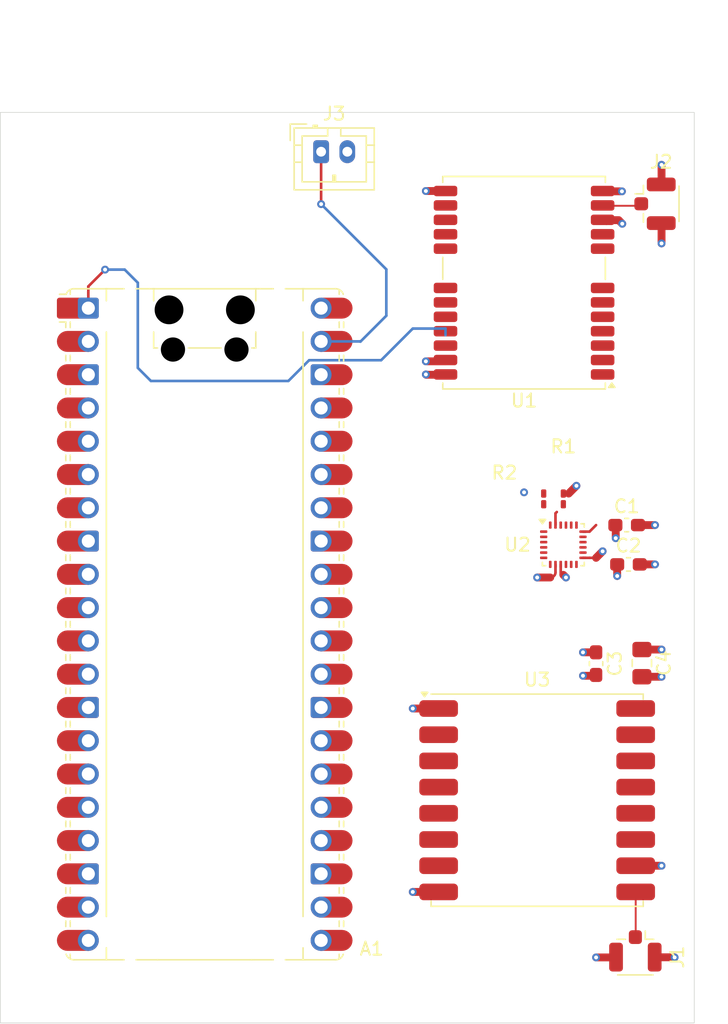
<source format=kicad_pcb>
(kicad_pcb (version 20241229) (generator "pcbnew") (generator_version "9.0")
  (layers (0 "F.Cu" signal) (4 "In1.Cu" signal) (6 "In2.Cu" signal) (2 "B.Cu" signal) (13 "F.Paste" user) (15 "B.Paste" user) (5 "F.SilkS" user "F.Silkscreen") (7 "B.SilkS" user "B.Silkscreen") (1 "F.Mask" user) (3 "B.Mask" user) (25 "Edge.Cuts" user))
  (net 0 "")
  (net 1 "Net-(A1-GPIO6)")
  (net 3 "GND")
  (net 4 "Net-(A1-GPIO5)")
  (net 6 "Net-(A1-GPIO17)")
  (net 11 "Net-(A1-GPIO16)")
  (net 17 "Net-(A1-GPIO19)")
  (net 18 "Net-(A1-GPIO1)")
  (net 26 "Net-(A1-GPIO4)")
  (net 28 "Net-(A1-GPIO18)")
  (net 29 "Net-(A1-GPIO0)")
  (net 32 "Net-(A1-GPIO20)")
  (net 33 "Net-(A1-VSYS)")
  (net 55 "/ANT")
  (net 56 "/3V3")
  (footprint "Connector_JST:JST_PH_B2B-PH-K_1x02_P2.00mm_Vertical" (layer "F.Cu") (at 135.5 66)
    (property "Reference" "J3" (at 1 -2.9 0) (layer "F.SilkS"))
    (property "Value" "Conn_01x02")
    (fp_line (start -2.36 -2.11) (end -2.36 -0.86) (stroke (width 0.12)) (layer "F.SilkS"))
    (fp_line (start -2.06 -1.81) (end -2.06 2.91) (stroke (width 0.12)) (layer "F.SilkS"))
    (fp_line (start -2.06 -0.5) (end -1.45 -0.5) (stroke (width 0.12)) (layer "F.SilkS"))
    (fp_line (start -2.06 0.8) (end -1.45 0.8) (stroke (width 0.12)) (layer "F.SilkS"))
    (fp_line (start -2.06 2.91) (end 4.06 2.91) (stroke (width 0.12)) (layer "F.SilkS"))
    (fp_line (start -1.45 -1.2) (end -1.45 2.3) (stroke (width 0.12)) (layer "F.SilkS"))
    (fp_line (start -1.45 2.3) (end 3.45 2.3) (stroke (width 0.12)) (layer "F.SilkS"))
    (fp_line (start -1.11 -2.11) (end -2.36 -2.11) (stroke (width 0.12)) (layer "F.SilkS"))
    (fp_line (start -0.6 -2.01) (end -0.6 -1.81) (stroke (width 0.12)) (layer "F.SilkS"))
    (fp_line (start -0.3 -2.01) (end -0.6 -2.01) (stroke (width 0.12)) (layer "F.SilkS"))
    (fp_line (start -0.3 -1.91) (end -0.6 -1.91) (stroke (width 0.12)) (layer "F.SilkS"))
    (fp_line (start -0.3 -1.81) (end -0.3 -2.01) (stroke (width 0.12)) (layer "F.SilkS"))
    (fp_line (start 0.5 -1.81) (end 0.5 -1.2) (stroke (width 0.12)) (layer "F.SilkS"))
    (fp_line (start 0.5 -1.2) (end -1.45 -1.2) (stroke (width 0.12)) (layer "F.SilkS"))
    (fp_line (start 0.9 1.8) (end 1.1 1.8) (stroke (width 0.12)) (layer "F.SilkS"))
    (fp_line (start 0.9 2.3) (end 0.9 1.8) (stroke (width 0.12)) (layer "F.SilkS"))
    (fp_line (start 1 2.3) (end 1 1.8) (stroke (width 0.12)) (layer "F.SilkS"))
    (fp_line (start 1.1 1.8) (end 1.1 2.3) (stroke (width 0.12)) (layer "F.SilkS"))
    (fp_line (start 1.5 -1.2) (end 1.5 -1.81) (stroke (width 0.12)) (layer "F.SilkS"))
    (fp_line (start 3.45 -1.2) (end 1.5 -1.2) (stroke (width 0.12)) (layer "F.SilkS"))
    (fp_line (start 3.45 2.3) (end 3.45 -1.2) (stroke (width 0.12)) (layer "F.SilkS"))
    (fp_line (start 4.06 -1.81) (end -2.06 -1.81) (stroke (width 0.12)) (layer "F.SilkS"))
    (fp_line (start 4.06 -0.5) (end 3.45 -0.5) (stroke (width 0.12)) (layer "F.SilkS"))
    (fp_line (start 4.06 0.8) (end 3.45 0.8) (stroke (width 0.12)) (layer "F.SilkS"))
    (fp_line (start 4.06 2.91) (end 4.06 -1.81) (stroke (width 0.12)) (layer "F.SilkS"))
    (pad "1" thru_hole roundrect (at 0 0) (size 1.2 1.75) (drill 0.75) (layers "*.Cu" "*.Mask") (roundrect_rratio 0.208333) (net 33 "Net-(A1-VSYS)"))
    (pad "2" thru_hole oval (at 2 0) (size 1.2 1.75) (drill 0.75) (layers "*.Cu" "*.Mask") (net 3 "GND"))
  )
  (footprint "Resistor_SMD:R_0201_0603Metric_Pad0.64x0.40mm_HandSolder" (layer "F.Cu") (at 152.5 92.5 -90)
    (property "Reference" "R2" (at -2 3 180) (layer "F.SilkS"))
    (property "Value" "4.7k")
    (pad "1" smd roundrect (at -0.4075 0 270) (size 0.635 0.4) (layers "F.Cu" "F.Mask") (net 56 "/3V3"))
    (pad "2" smd roundrect (at 0.4075 0 270) (size 0.635 0.4) (layers "F.Cu" "F.Mask") (net 26 "Net-(A1-GPIO4)"))
  )
  (footprint "Connector_Coaxial:U.FL_Hirose_U.FL-R-SMT-1_Vertical" (layer "F.Cu") (at 161 69.975)
    (property "Reference" "J2" (at 0.475 -3.2 0) (layer "F.SilkS"))
    (property "Value" "Conn_Coaxial")
    (fp_line (start -0.885 -1.4) (end -0.885 -0.76) (stroke (width 0.12)) (layer "F.SilkS"))
    (fp_line (start -0.885 -0.76) (end -1.515 -0.76) (stroke (width 0.12)) (layer "F.SilkS"))
    (fp_line (start -0.885 1.4) (end -0.885 0.76) (stroke (width 0.12)) (layer "F.SilkS"))
    (fp_line (start 1.835 -1.35) (end 1.835 1.35) (stroke (width 0.12)) (layer "F.SilkS"))
    (pad "1" smd roundrect (at -1.05 0) (size 1.05 1) (layers "F.Cu" "F.Mask" "F.Paste") (net 55 "/ANT"))
    (pad "2" smd roundrect (at 0.475 -1.475) (size 2.2 1.05) (layers "F.Cu" "F.Mask" "F.Paste") (roundrect_rratio 0.2380952381) (net 3 "GND"))
    (pad "2" smd roundrect (at 0.475 1.475) (size 2.2 1.05) (layers "F.Cu" "F.Mask" "F.Paste") (roundrect_rratio 0.2380952381) (net 3 "GND"))
  )
  (footprint "Capacitor_SMD:C_0603_1608Metric_Pad1.08x0.95mm_HandSolder" (layer "F.Cu") (at 158.8375 94.5)
    (property "Reference" "C1" (at 0 -1.43 0) (layer "F.SilkS"))
    (property "Value" "0.1uF")
    (fp_line (start -0.146267 -0.51) (end 0.146267 -0.51) (stroke (width 0.12)) (layer "F.SilkS"))
    (fp_line (start -0.146267 0.51) (end 0.146267 0.51) (stroke (width 0.12)) (layer "F.SilkS"))
    (pad "1" smd roundrect (at -0.8625 0) (size 1.075 0.95) (layers "F.Cu" "F.Mask" "F.Paste") (net 3 "GND"))
    (pad "2" smd roundrect (at 0.8625 0) (size 1.075 0.95) (layers "F.Cu" "F.Mask" "F.Paste") (net 56 "/3V3"))
  )
  (footprint "Capacitor_SMD:C_0603_1608Metric_Pad1.08x0.95mm_HandSolder" (layer "F.Cu") (at 158.975 97.5)
    (property "Reference" "C2" (at 0 -1.43 0) (layer "F.SilkS"))
    (property "Value" "0.1uF")
    (fp_line (start -0.146267 -0.51) (end 0.146267 -0.51) (stroke (width 0.12)) (layer "F.SilkS"))
    (fp_line (start -0.146267 0.51) (end 0.146267 0.51) (stroke (width 0.12)) (layer "F.SilkS"))
    (pad "1" smd roundrect (at -0.8625 0) (size 1.075 0.95) (layers "F.Cu" "F.Mask" "F.Paste") (net 3 "GND"))
    (pad "2" smd roundrect (at 0.8625 0) (size 1.075 0.95) (layers "F.Cu" "F.Mask" "F.Paste") (net 56 "/3V3"))
  )
  (footprint "Resistor_SMD:R_0201_0603Metric_Pad0.64x0.40mm_HandSolder" (layer "F.Cu") (at 154 92.5 -90)
    (property "Reference" "R1" (at -4 0 180) (layer "F.SilkS"))
    (property "Value" "4.7k")
    (pad "1" smd roundrect (at -0.4075 0 270) (size 0.635 0.4) (layers "F.Cu" "F.Mask") (net 56 "/3V3"))
    (pad "2" smd roundrect (at 0.4075 0 270) (size 0.635 0.4) (layers "F.Cu" "F.Mask") (net 4 "Net-(A1-GPIO5)"))
  )
  (footprint "Capacitor_SMD:C_0603_1608Metric_Pad1.08x0.95mm_HandSolder" (layer "F.Cu") (at 156.5 105.075 -90)
    (property "Reference" "C3" (at 0 -1.43 90) (layer "F.SilkS"))
    (property "Value" "0.1uF")
    (fp_line (start -0.146267 0.51) (end 0.146267 0.51) (stroke (width 0.12)) (layer "F.SilkS"))
    (fp_line (start -0.146267 -0.51) (end 0.146267 -0.51) (stroke (width 0.12)) (layer "F.SilkS"))
    (pad "1" smd roundrect (at -0.8625 0 270) (size 1.075 0.95) (layers "F.Cu" "F.Mask" "F.Paste") (net 56 "/3V3"))
    (pad "2" smd roundrect (at 0.8625 0 270) (size 1.075 0.95) (layers "F.Cu" "F.Mask" "F.Paste") (net 3 "GND"))
  )
  (footprint "RF_GPS:ublox_NEO" (layer "F.Cu") (at 151 76 180)
    (property "Reference" "U1" (at 0 -9 0) (layer "F.SilkS"))
    (property "Value" "NEO-M8N")
    (fp_line (start 6.21 7.66) (end 6.21 8.1) (stroke (width 0.12)) (layer "F.SilkS"))
    (fp_line (start 6.21 0.26) (end 6.21 1.94) (stroke (width 0.12)) (layer "F.SilkS"))
    (fp_line (start 6.21 -8.11) (end 6.21 -7.66) (stroke (width 0.12)) (layer "F.SilkS"))
    (fp_line (start -6.21 8.11) (end 6.21 8.11) (stroke (width 0.12)) (layer "F.SilkS"))
    (fp_line (start -6.21 7.66) (end -6.21 8.11) (stroke (width 0.12)) (layer "F.SilkS"))
    (fp_line (start -6.21 0.26) (end -6.21 1.94) (stroke (width 0.12)) (layer "F.SilkS"))
    (fp_line (start -6.21 -8.11) (end 6.21 -8.11) (stroke (width 0.12)) (layer "F.SilkS"))
    (fp_line (start -6.21 -8.11) (end -6.21 -7.66) (stroke (width 0.12)) (layer "F.SilkS"))
    (fp_poly (pts (xy -6.7 -7.66) (xy -6.94 -7.99) (xy -6.46 -7.99) (xy -6.7 -7.66)) (stroke (width 0.12)) (fill yes) (layer "F.SilkS"))
    (pad "1" smd roundrect (at -6 -7 180) (size 1.8 0.8) (layers "F.Cu" "F.Mask" "F.Paste"))
    (pad "2" smd roundrect (at -6 -5.9 180) (size 1.8 0.8) (layers "F.Cu" "F.Mask" "F.Paste"))
    (pad "3" smd roundrect (at -6 -4.8 180) (size 1.8 0.8) (layers "F.Cu" "F.Mask" "F.Paste"))
    (pad "4" smd roundrect (at -6 -3.7 180) (size 1.8 0.8) (layers "F.Cu" "F.Mask" "F.Paste"))
    (pad "5" smd roundrect (at -6 -2.6 180) (size 1.8 0.8) (layers "F.Cu" "F.Mask" "F.Paste"))
    (pad "6" smd roundrect (at -6 -1.5 180) (size 1.8 0.8) (layers "F.Cu" "F.Mask" "F.Paste"))
    (pad "7" smd roundrect (at -6 -0.4 180) (size 1.8 0.8) (layers "F.Cu" "F.Mask" "F.Paste"))
    (pad "8" smd roundrect (at -6 2.6 180) (size 1.8 0.8) (layers "F.Cu" "F.Mask" "F.Paste"))
    (pad "9" smd roundrect (at -6 3.7 180) (size 1.8 0.8) (layers "F.Cu" "F.Mask" "F.Paste"))
    (pad "10" smd roundrect (at -6 4.8 180) (size 1.8 0.8) (layers "F.Cu" "F.Mask" "F.Paste") (net 3 "GND"))
    (pad "11" smd roundrect (at -6 5.9 180) (size 1.8 0.8) (layers "F.Cu" "F.Mask" "F.Paste") (net 55 "/ANT"))
    (pad "12" smd roundrect (at -6 7 180) (size 1.8 0.8) (layers "F.Cu" "F.Mask" "F.Paste") (net 3 "GND"))
    (pad "13" smd roundrect (at 6 7 180) (size 1.8 0.8) (layers "F.Cu" "F.Mask" "F.Paste") (net 3 "GND"))
    (pad "14" smd roundrect (at 6 5.9 180) (size 1.8 0.8) (layers "F.Cu" "F.Mask" "F.Paste"))
    (pad "15" smd roundrect (at 6 4.8 180) (size 1.8 0.8) (layers "F.Cu" "F.Mask" "F.Paste"))
    (pad "16" smd roundrect (at 6 3.7 180) (size 1.8 0.8) (layers "F.Cu" "F.Mask" "F.Paste"))
    (pad "17" smd roundrect (at 6 2.6 180) (size 1.8 0.8) (layers "F.Cu" "F.Mask" "F.Paste"))
    (pad "18" smd roundrect (at 6 -0.4 180) (size 1.8 0.8) (layers "F.Cu" "F.Mask" "F.Paste"))
    (pad "19" smd roundrect (at 6 -1.5 180) (size 1.8 0.8) (layers "F.Cu" "F.Mask" "F.Paste"))
    (pad "20" smd roundrect (at 6 -2.6 180) (size 1.8 0.8) (layers "F.Cu" "F.Mask" "F.Paste") (net 18 "Net-(A1-GPIO1)"))
    (pad "21" smd roundrect (at 6 -3.7 180) (size 1.8 0.8) (layers "F.Cu" "F.Mask" "F.Paste") (net 29 "Net-(A1-GPIO0)"))
    (pad "22" smd roundrect (at 6 -4.8 180) (size 1.8 0.8) (layers "F.Cu" "F.Mask" "F.Paste"))
    (pad "23" smd roundrect (at 6 -5.9 180) (size 1.8 0.8) (layers "F.Cu" "F.Mask" "F.Paste") (net 56 "/3V3"))
    (pad "24" smd roundrect (at 6 -7 180) (size 1.8 0.8) (layers "F.Cu" "F.Mask" "F.Paste") (net 3 "GND"))
  )
  (footprint "Module:RaspberryPi_Pico_Common_Unspecified" (layer "F.Cu") (at 126.61 102.07)
    (property "Reference" "A1" (at 11.7475 24.765 0) (layer "F.SilkS") (effects (justify left)))
    (property "Value" "RaspberryPi_Pico")
    (fp_line (start -10.61 -23.07) (end -11.09 -23.07) (stroke (width 0.12)) (layer "F.SilkS"))
    (fp_line (start -10.61 -23.07) (end -10.61 -22.65) (stroke (width 0.12)) (layer "F.SilkS"))
    (fp_line (start -10.61 -20.53) (end -10.61 -20.11) (stroke (width 0.12)) (layer "F.SilkS"))
    (fp_line (start -10.61 -17.99) (end -10.61 -17.57) (stroke (width 0.12)) (layer "F.SilkS"))
    (fp_line (start -10.61 -15.45) (end -10.61 -15.03) (stroke (width 0.12)) (layer "F.SilkS"))
    (fp_line (start -10.61 -12.91) (end -10.61 -12.49) (stroke (width 0.12)) (layer "F.SilkS"))
    (fp_line (start -10.61 -10.37) (end -10.61 -9.95) (stroke (width 0.12)) (layer "F.SilkS"))
    (fp_line (start -10.61 -7.83) (end -10.61 -7.41) (stroke (width 0.12)) (layer "F.SilkS"))
    (fp_line (start -10.61 -5.29) (end -10.61 -4.87) (stroke (width 0.12)) (layer "F.SilkS"))
    (fp_line (start -10.61 -2.75) (end -10.61 -2.33) (stroke (width 0.12)) (layer "F.SilkS"))
    (fp_line (start -10.61 -0.21) (end -10.61 0.21) (stroke (width 0.12)) (layer "F.SilkS"))
    (fp_line (start -10.61 2.33) (end -10.61 2.75) (stroke (width 0.12)) (layer "F.SilkS"))
    (fp_line (start -10.61 4.87) (end -10.61 5.29) (stroke (width 0.12)) (layer "F.SilkS"))
    (fp_line (start -10.61 7.41) (end -10.61 7.83) (stroke (width 0.12)) (layer "F.SilkS"))
    (fp_line (start -10.61 9.95) (end -10.61 10.37) (stroke (width 0.12)) (layer "F.SilkS"))
    (fp_line (start -10.61 12.49) (end -10.61 12.91) (stroke (width 0.12)) (layer "F.SilkS"))
    (fp_line (start -10.61 15.03) (end -10.61 15.45) (stroke (width 0.12)) (layer "F.SilkS"))
    (fp_line (start -10.61 17.57) (end -10.61 17.99) (stroke (width 0.12)) (layer "F.SilkS"))
    (fp_line (start -10.61 20.11) (end -10.61 20.53) (stroke (width 0.12)) (layer "F.SilkS"))
    (fp_line (start -10.61 22.65) (end -10.61 23.07) (stroke (width 0.12)) (layer "F.SilkS"))
    (fp_line (start -10.579676 -25.19) (end -11.09 -25.19) (stroke (width 0.12)) (layer "F.SilkS"))
    (fp_line (start -10.27 -25.189937) (end -10.27 -25.547) (stroke (width 0.12)) (layer "F.SilkS"))
    (fp_line (start -10.27 -23.07) (end -10.27 -22.65) (stroke (width 0.12)) (layer "F.SilkS"))
    (fp_line (start -10.27 -20.53) (end -10.27 -20.11) (stroke (width 0.12)) (layer "F.SilkS"))
    (fp_line (start -10.27 -17.99) (end -10.27 -17.57) (stroke (width 0.12)) (layer "F.SilkS"))
    (fp_line (start -10.27 -15.45) (end -10.27 -15.03) (stroke (width 0.12)) (layer "F.SilkS"))
    (fp_line (start -10.27 -12.91) (end -10.27 -12.49) (stroke (width 0.12)) (layer "F.SilkS"))
    (fp_line (start -10.27 -10.37) (end -10.27 -9.95) (stroke (width 0.12)) (layer "F.SilkS"))
    (fp_line (start -10.27 -7.83) (end -10.27 -7.41) (stroke (width 0.12)) (layer "F.SilkS"))
    (fp_line (start -10.27 -5.29) (end -10.27 -4.87) (stroke (width 0.12)) (layer "F.SilkS"))
    (fp_line (start -10.27 -2.75) (end -10.27 -2.33) (stroke (width 0.12)) (layer "F.SilkS"))
    (fp_line (start -10.27 -0.21) (end -10.27 0.21) (stroke (width 0.12)) (layer "F.SilkS"))
    (fp_line (start -10.27 2.33) (end -10.27 2.75) (stroke (width 0.12)) (layer "F.SilkS"))
    (fp_line (start -10.27 4.87) (end -10.27 5.29) (stroke (width 0.12)) (layer "F.SilkS"))
    (fp_line (start -10.27 7.41) (end -10.27 7.83) (stroke (width 0.12)) (layer "F.SilkS"))
    (fp_line (start -10.27 9.95) (end -10.27 10.37) (stroke (width 0.12)) (layer "F.SilkS"))
    (fp_line (start -10.27 12.49) (end -10.27 12.91) (stroke (width 0.12)) (layer "F.SilkS"))
    (fp_line (start -10.27 15.03) (end -10.27 15.45) (stroke (width 0.12)) (layer "F.SilkS"))
    (fp_line (start -10.27 17.57) (end -10.27 17.99) (stroke (width 0.12)) (layer "F.SilkS"))
    (fp_line (start -10.27 20.11) (end -10.27 20.53) (stroke (width 0.12)) (layer "F.SilkS"))
    (fp_line (start -10.27 22.65) (end -10.27 23.07) (stroke (width 0.12)) (layer "F.SilkS"))
    (fp_line (start -10.27 25.189937) (end -10.27 25.547) (stroke (width 0.12)) (layer "F.SilkS"))
    (fp_line (start -10 -25.61) (end -7.51 -25.61) (stroke (width 0.12)) (layer "F.SilkS"))
    (fp_line (start -10 25.61) (end -6.162061 25.61) (stroke (width 0.12)) (layer "F.SilkS"))
    (fp_line (start -7.51 -25.61) (end -7.51 -24.69648) (stroke (width 0.12)) (layer "F.SilkS"))
    (fp_line (start -7.51 -25.61) (end -6.16206 -25.61) (stroke (width 0.12)) (layer "F.SilkS"))
    (fp_line (start -7.51 -22.30352) (end -7.51 22.30352) (stroke (width 0.12)) (layer "F.SilkS"))
    (fp_line (start -7.51 24.69648) (end -7.51 25.61) (stroke (width 0.12)) (layer "F.SilkS"))
    (fp_line (start -5.237939 -25.61) (end -4.235 -25.61) (stroke (width 0.12)) (layer "F.SilkS"))
    (fp_line (start -4.235 -25.61) (end 4.235 -25.61) (stroke (width 0.12)) (layer "F.SilkS"))
    (fp_line (start -3.9 -25.61) (end -3.9 -24.694) (stroke (width 0.12)) (layer "F.SilkS"))
    (fp_line (start -3.9 -22.306) (end -3.9 -21.09) (stroke (width 0.12)) (layer "F.SilkS"))
    (fp_line (start -3.9 -21.09) (end -3.60391 -21.09) (stroke (width 0.12)) (layer "F.SilkS"))
    (fp_line (start -3.6 25.61) (end -5.237939 25.61) (stroke (width 0.12)) (layer "F.SilkS"))
    (fp_line (start -1.24609 -21.09) (end 1.24609 -21.09) (stroke (width 0.12)) (layer "F.SilkS"))
    (fp_line (start 3.6 25.61) (end -3.6 25.61) (stroke (width 0.12)) (layer "F.SilkS"))
    (fp_line (start 3.60391 -21.09) (end 3.9 -21.09) (stroke (width 0.12)) (layer "F.SilkS"))
    (fp_line (start 3.9 -25.61) (end 3.9 -24.694) (stroke (width 0.12)) (layer "F.SilkS"))
    (fp_line (start 3.9 -22.306) (end 3.9 -21.09) (stroke (width 0.12)) (layer "F.SilkS"))
    (fp_line (start 4.235 -25.61) (end 5.237939 -25.61) (stroke (width 0.12)) (layer "F.SilkS"))
    (fp_line (start 5.237939 25.61) (end 3.6 25.61) (stroke (width 0.12)) (layer "F.SilkS"))
    (fp_line (start 6.162061 -25.61) (end 7.51 -25.61) (stroke (width 0.12)) (layer "F.SilkS"))
    (fp_line (start 6.162061 25.61) (end 10 25.61) (stroke (width 0.12)) (layer "F.SilkS"))
    (fp_line (start 7.51 -25.61) (end 7.51 -24.69648) (stroke (width 0.12)) (layer "F.SilkS"))
    (fp_line (start 7.51 -22.30352) (end 7.51 22.30352) (stroke (width 0.12)) (layer "F.SilkS"))
    (fp_line (start 7.51 24.69648) (end 7.51 25.61) (stroke (width 0.12)) (layer "F.SilkS"))
    (fp_line (start 10 -25.61) (end 7.51 -25.61) (stroke (width 0.12)) (layer "F.SilkS"))
    (fp_line (start 10.27 -25.189937) (end 10.27 -25.547) (stroke (width 0.12)) (layer "F.SilkS"))
    (fp_line (start 10.27 -23.07) (end 10.27 -22.65) (stroke (width 0.12)) (layer "F.SilkS"))
    (fp_line (start 10.27 -20.53) (end 10.27 -20.11) (stroke (width 0.12)) (layer "F.SilkS"))
    (fp_line (start 10.27 -17.99) (end 10.27 -17.57) (stroke (width 0.12)) (layer "F.SilkS"))
    (fp_line (start 10.27 -15.45) (end 10.27 -15.03) (stroke (width 0.12)) (layer "F.SilkS"))
    (fp_line (start 10.27 -12.91) (end 10.27 -12.49) (stroke (width 0.12)) (layer "F.SilkS"))
    (fp_line (start 10.27 -10.37) (end 10.27 -9.95) (stroke (width 0.12)) (layer "F.SilkS"))
    (fp_line (start 10.27 -7.83) (end 10.27 -7.41) (stroke (width 0.12)) (layer "F.SilkS"))
    (fp_line (start 10.27 -5.29) (end 10.27 -4.87) (stroke (width 0.12)) (layer "F.SilkS"))
    (fp_line (start 10.27 -2.75) (end 10.27 -2.33) (stroke (width 0.12)) (layer "F.SilkS"))
    (fp_line (start 10.27 -0.21) (end 10.27 0.21) (stroke (width 0.12)) (layer "F.SilkS"))
    (fp_line (start 10.27 2.33) (end 10.27 2.75) (stroke (width 0.12)) (layer "F.SilkS"))
    (fp_line (start 10.27 4.87) (end 10.27 5.29) (stroke (width 0.12)) (layer "F.SilkS"))
    (fp_line (start 10.27 7.41) (end 10.27 7.83) (stroke (width 0.12)) (layer "F.SilkS"))
    (fp_line (start 10.27 9.95) (end 10.27 10.37) (stroke (width 0.12)) (layer "F.SilkS"))
    (fp_line (start 10.27 12.49) (end 10.27 12.91) (stroke (width 0.12)) (layer "F.SilkS"))
    (fp_line (start 10.27 15.03) (end 10.27 15.45) (stroke (width 0.12)) (layer "F.SilkS"))
    (fp_line (start 10.27 17.57) (end 10.27 17.99) (stroke (width 0.12)) (layer "F.SilkS"))
    (fp_line (start 10.27 20.11) (end 10.27 20.53) (stroke (width 0.12)) (layer "F.SilkS"))
    (fp_line (start 10.27 22.65) (end 10.27 23.07) (stroke (width 0.12)) (layer "F.SilkS"))
    (fp_line (start 10.27 25.189937) (end 10.27 25.547) (stroke (width 0.12)) (layer "F.SilkS"))
    (fp_line (start 10.61 -23.07) (end 10.61 -22.65) (stroke (width 0.12)) (layer "F.SilkS"))
    (fp_line (start 10.61 -20.53) (end 10.61 -20.11) (stroke (width 0.12)) (layer "F.SilkS"))
    (fp_line (start 10.61 -17.99) (end 10.61 -17.57) (stroke (width 0.12)) (layer "F.SilkS"))
    (fp_line (start 10.61 -15.45) (end 10.61 -15.03) (stroke (width 0.12)) (layer "F.SilkS"))
    (fp_line (start 10.61 -12.91) (end 10.61 -12.49) (stroke (width 0.12)) (layer "F.SilkS"))
    (fp_line (start 10.61 -10.37) (end 10.61 -9.95) (stroke (width 0.12)) (layer "F.SilkS"))
    (fp_line (start 10.61 -7.83) (end 10.61 -7.41) (stroke (width 0.12)) (layer "F.SilkS"))
    (fp_line (start 10.61 -5.29) (end 10.61 -4.87) (stroke (width 0.12)) (layer "F.SilkS"))
    (fp_line (start 10.61 -2.75) (end 10.61 -2.33) (stroke (width 0.12)) (layer "F.SilkS"))
    (fp_line (start 10.61 -0.21) (end 10.61 0.21) (stroke (width 0.12)) (layer "F.SilkS"))
    (fp_line (start 10.61 2.33) (end 10.61 2.75) (stroke (width 0.12)) (layer "F.SilkS"))
    (fp_line (start 10.61 4.87) (end 10.61 5.29) (stroke (width 0.12)) (layer "F.SilkS"))
    (fp_line (start 10.61 7.41) (end 10.61 7.83) (stroke (width 0.12)) (layer "F.SilkS"))
    (fp_line (start 10.61 9.95) (end 10.61 10.37) (stroke (width 0.12)) (layer "F.SilkS"))
    (fp_line (start 10.61 12.49) (end 10.61 12.91) (stroke (width 0.12)) (layer "F.SilkS"))
    (fp_line (start 10.61 15.03) (end 10.61 15.45) (stroke (width 0.12)) (layer "F.SilkS"))
    (fp_line (start 10.61 17.57) (end 10.61 17.99) (stroke (width 0.12)) (layer "F.SilkS"))
    (fp_line (start 10.61 20.11) (end 10.61 20.53) (stroke (width 0.12)) (layer "F.SilkS"))
    (fp_line (start 10.61 22.65) (end 10.61 23.07) (stroke (width 0.12)) (layer "F.SilkS"))
    (fp_arc (start -10.579676 -25.19) (mid -10.357938 -25.493944) (end -10 -25.61) (stroke (width 0.12)) (layer "F.SilkS"))
    (fp_arc (start -10 25.61) (mid -10.357937 25.493944) (end -10.579676 25.189937) (stroke (width 0.12)) (layer "F.SilkS"))
    (fp_arc (start 10 -25.61) (mid 10.357937 -25.493944) (end 10.579676 -25.189937) (stroke (width 0.12)) (layer "F.SilkS"))
    (fp_arc (start 10.579676 25.189937) (mid 10.357946 25.493957) (end 10 25.61) (stroke (width 0.12)) (layer "F.SilkS"))
    (pad "" np_thru_hole circle (at -2.725 -24) (size 2.2 2.2) (drill 2.2) (layers "*.Mask"))
    (pad "" np_thru_hole circle (at -2.425 -20.97) (size 1.85 1.85) (drill 1.85) (layers "*.Mask"))
    (pad "" np_thru_hole circle (at 2.425 -20.97) (size 1.85 1.85) (drill 1.85) (layers "*.Mask"))
    (pad "" np_thru_hole circle (at 2.725 -24) (size 2.2 2.2) (drill 2.2) (layers "*.Mask"))
    (pad "1" smd custom (at -9.69 -24.13) (size 1.6 0.8) (layers "F.Cu" "F.Mask") (net 29 "Net-(A1-GPIO0)") (options (clearance outline) (anchor rect)) (primitives (gr_circle (center 0.8 0) (end 1.6 0) (width 0) (fill yes)) (gr_poly (pts (xy -1.6 -0.6) (xy -1.6 0.6) (xy -1.4 0.8) (xy 0.8 0.8) (xy 0.8 -0.8) (xy -1.4 -0.8)) (width 0) (fill yes)) (gr_circle (center -1.4 -0.6) (end -1.2 -0.6) (width 0) (fill yes)) (gr_circle (center -1.4 0.6) (end -1.2 0.6) (width 0) (fill yes))))
    (pad "1" thru_hole roundrect (at -8.89 -24.13) (size 1.6 1.6) (drill 1) (layers "*.Cu" "*.Mask") (roundrect_rratio 0.125) (net 29 "Net-(A1-GPIO0)"))
    (pad "2" smd roundrect (at -9.69 -21.59) (size 3.2 1.6) (layers "F.Cu" "F.Mask") (roundrect_rratio 0.5) (net 18 "Net-(A1-GPIO1)"))
    (pad "2" thru_hole circle (at -8.89 -21.59) (size 1.6 1.6) (drill 1) (layers "*.Cu" "*.Mask") (net 18 "Net-(A1-GPIO1)"))
    (pad "3" smd custom (at -9.69 -19.05) (size 1.6 0.8) (layers "F.Cu" "F.Mask") (net 3 "GND") (options (clearance outline) (anchor rect)) (primitives (gr_circle (center -0.8 0) (end 0 0) (width 0) (fill yes)) (gr_poly (pts (xy 1.6 -0.6) (xy 1.6 0.6) (xy 1.4 0.8) (xy -0.8 0.8) (xy -0.8 -0.8) (xy 1.4 -0.8)) (width 0) (fill yes)) (gr_circle (center 1.4 -0.6) (end 1.6 -0.6) (width 0) (fill yes)) (gr_circle (center 1.4 0.6) (end 1.6 0.6) (width 0) (fill yes))))
    (pad "3" thru_hole custom (at -8.89 -19.05) (size 1.6 1.6) (drill 1) (layers "*.Cu" "*.Mask") (net 3 "GND") (options (clearance outline) (anchor circle)) (primitives (gr_poly (pts (xy 0.8 0.6) (xy 0.8 -0.6) (xy 0.6 -0.8) (xy 0 -0.8) (xy 0 0.8) (xy 0.6 0.8)) (width 0) (fill yes)) (gr_circle (center 0.6 0.6) (end 0.8 0.6) (width 0) (fill yes)) (gr_circle (center 0.6 -0.6) (end 0.8 -0.6) (width 0) (fill yes))))
    (pad "4" smd roundrect (at -9.69 -16.51) (size 3.2 1.6) (layers "F.Cu" "F.Mask") (roundrect_rratio 0.5))
    (pad "4" thru_hole circle (at -8.89 -16.51) (size 1.6 1.6) (drill 1) (layers "*.Cu" "*.Mask"))
    (pad "5" smd roundrect (at -9.69 -13.97) (size 3.2 1.6) (layers "F.Cu" "F.Mask") (roundrect_rratio 0.5))
    (pad "5" thru_hole circle (at -8.89 -13.97) (size 1.6 1.6) (drill 1) (layers "*.Cu" "*.Mask"))
    (pad "6" smd roundrect (at -9.69 -11.43) (size 3.2 1.6) (layers "F.Cu" "F.Mask") (roundrect_rratio 0.5) (net 26 "Net-(A1-GPIO4)"))
    (pad "6" thru_hole circle (at -8.89 -11.43) (size 1.6 1.6) (drill 1) (layers "*.Cu" "*.Mask") (net 26 "Net-(A1-GPIO4)"))
    (pad "7" smd roundrect (at -9.69 -8.89) (size 3.2 1.6) (layers "F.Cu" "F.Mask") (roundrect_rratio 0.5) (net 4 "Net-(A1-GPIO5)"))
    (pad "7" thru_hole circle (at -8.89 -8.89) (size 1.6 1.6) (drill 1) (layers "*.Cu" "*.Mask") (net 4 "Net-(A1-GPIO5)"))
    (pad "8" smd custom (at -9.69 -6.35) (size 1.6 0.8) (layers "F.Cu" "F.Mask") (net 3 "GND") (options (clearance outline) (anchor rect)) (primitives (gr_circle (center -0.8 0) (end 0 0) (width 0) (fill yes)) (gr_poly (pts (xy 1.6 -0.6) (xy 1.6 0.6) (xy 1.4 0.8) (xy -0.8 0.8) (xy -0.8 -0.8) (xy 1.4 -0.8)) (width 0) (fill yes)) (gr_circle (center 1.4 -0.6) (end 1.6 -0.6) (width 0) (fill yes)) (gr_circle (center 1.4 0.6) (end 1.6 0.6) (width 0) (fill yes))))
    (pad "8" thru_hole custom (at -8.89 -6.35) (size 1.6 1.6) (drill 1) (layers "*.Cu" "*.Mask") (net 3 "GND") (options (clearance outline) (anchor circle)) (primitives (gr_poly (pts (xy 0.8 0.6) (xy 0.8 -0.6) (xy 0.6 -0.8) (xy 0 -0.8) (xy 0 0.8) (xy 0.6 0.8)) (width 0) (fill yes)) (gr_circle (center 0.6 0.6) (end 0.8 0.6) (width 0) (fill yes)) (gr_circle (center 0.6 -0.6) (end 0.8 -0.6) (width 0) (fill yes))))
    (pad "9" smd roundrect (at -9.69 -3.81) (size 3.2 1.6) (layers "F.Cu" "F.Mask") (roundrect_rratio 0.5) (net 1 "Net-(A1-GPIO6)"))
    (pad "9" thru_hole circle (at -8.89 -3.81) (size 1.6 1.6) (drill 1) (layers "*.Cu" "*.Mask") (net 1 "Net-(A1-GPIO6)"))
    (pad "10" smd roundrect (at -9.69 -1.27) (size 3.2 1.6) (layers "F.Cu" "F.Mask") (roundrect_rratio 0.5))
    (pad "10" thru_hole circle (at -8.89 -1.27) (size 1.6 1.6) (drill 1) (layers "*.Cu" "*.Mask"))
    (pad "11" smd roundrect (at -9.69 1.27) (size 3.2 1.6) (layers "F.Cu" "F.Mask") (roundrect_rratio 0.5))
    (pad "11" thru_hole circle (at -8.89 1.27) (size 1.6 1.6) (drill 1) (layers "*.Cu" "*.Mask"))
    (pad "12" smd roundrect (at -9.69 3.81) (size 3.2 1.6) (layers "F.Cu" "F.Mask") (roundrect_rratio 0.5))
    (pad "12" thru_hole circle (at -8.89 3.81) (size 1.6 1.6) (drill 1) (layers "*.Cu" "*.Mask"))
    (pad "13" smd custom (at -9.69 6.35) (size 1.6 0.8) (layers "F.Cu" "F.Mask") (net 3 "GND") (options (clearance outline) (anchor rect)) (primitives (gr_circle (center -0.8 0) (end 0 0) (width 0) (fill yes)) (gr_poly (pts (xy 1.6 -0.6) (xy 1.6 0.6) (xy 1.4 0.8) (xy -0.8 0.8) (xy -0.8 -0.8) (xy 1.4 -0.8)) (width 0) (fill yes)) (gr_circle (center 1.4 -0.6) (end 1.6 -0.6) (width 0) (fill yes)) (gr_circle (center 1.4 0.6) (end 1.6 0.6) (width 0) (fill yes))))
    (pad "13" thru_hole custom (at -8.89 6.35) (size 1.6 1.6) (drill 1) (layers "*.Cu" "*.Mask") (net 3 "GND") (options (clearance outline) (anchor circle)) (primitives (gr_poly (pts (xy 0.8 0.6) (xy 0.8 -0.6) (xy 0.6 -0.8) (xy 0 -0.8) (xy 0 0.8) (xy 0.6 0.8)) (width 0) (fill yes)) (gr_circle (center 0.6 0.6) (end 0.8 0.6) (width 0) (fill yes)) (gr_circle (center 0.6 -0.6) (end 0.8 -0.6) (width 0) (fill yes))))
    (pad "14" smd roundrect (at -9.69 8.89) (size 3.2 1.6) (layers "F.Cu" "F.Mask") (roundrect_rratio 0.5))
    (pad "14" thru_hole circle (at -8.89 8.89) (size 1.6 1.6) (drill 1) (layers "*.Cu" "*.Mask"))
    (pad "15" smd roundrect (at -9.69 11.43) (size 3.2 1.6) (layers "F.Cu" "F.Mask") (roundrect_rratio 0.5))
    (pad "15" thru_hole circle (at -8.89 11.43) (size 1.6 1.6) (drill 1) (layers "*.Cu" "*.Mask"))
    (pad "16" smd roundrect (at -9.69 13.97) (size 3.2 1.6) (layers "F.Cu" "F.Mask") (roundrect_rratio 0.5))
    (pad "16" thru_hole circle (at -8.89 13.97) (size 1.6 1.6) (drill 1) (layers "*.Cu" "*.Mask"))
    (pad "17" smd roundrect (at -9.69 16.51) (size 3.2 1.6) (layers "F.Cu" "F.Mask") (roundrect_rratio 0.5))
    (pad "17" thru_hole circle (at -8.89 16.51) (size 1.6 1.6) (drill 1) (layers "*.Cu" "*.Mask"))
    (pad "18" smd custom (at -9.69 19.05) (size 1.6 0.8) (layers "F.Cu" "F.Mask") (net 3 "GND") (options (clearance outline) (anchor rect)) (primitives (gr_circle (center -0.8 0) (end 0 0) (width 0) (fill yes)) (gr_poly (pts (xy 1.6 -0.6) (xy 1.6 0.6) (xy 1.4 0.8) (xy -0.8 0.8) (xy -0.8 -0.8) (xy 1.4 -0.8)) (width 0) (fill yes)) (gr_circle (center 1.4 -0.6) (end 1.6 -0.6) (width 0) (fill yes)) (gr_circle (center 1.4 0.6) (end 1.6 0.6) (width 0) (fill yes))))
    (pad "18" thru_hole custom (at -8.89 19.05) (size 1.6 1.6) (drill 1) (layers "*.Cu" "*.Mask") (net 3 "GND") (options (clearance outline) (anchor circle)) (primitives (gr_poly (pts (xy 0.8 0.6) (xy 0.8 -0.6) (xy 0.6 -0.8) (xy 0 -0.8) (xy 0 0.8) (xy 0.6 0.8)) (width 0) (fill yes)) (gr_circle (center 0.6 0.6) (end 0.8 0.6) (width 0) (fill yes)) (gr_circle (center 0.6 -0.6) (end 0.8 -0.6) (width 0) (fill yes))))
    (pad "19" smd roundrect (at -9.69 21.59) (size 3.2 1.6) (layers "F.Cu" "F.Mask") (roundrect_rratio 0.5))
    (pad "19" thru_hole circle (at -8.89 21.59) (size 1.6 1.6) (drill 1) (layers "*.Cu" "*.Mask"))
    (pad "20" smd roundrect (at -9.69 24.13) (size 3.2 1.6) (layers "F.Cu" "F.Mask") (roundrect_rratio 0.5))
    (pad "20" thru_hole circle (at -8.89 24.13) (size 1.6 1.6) (drill 1) (layers "*.Cu" "*.Mask"))
    (pad "21" thru_hole circle (at 8.89 24.13) (size 1.6 1.6) (drill 1) (layers "*.Cu" "*.Mask") (net 11 "Net-(A1-GPIO16)"))
    (pad "21" smd roundrect (at 9.69 24.13) (size 3.2 1.6) (layers "F.Cu" "F.Mask") (roundrect_rratio 0.5) (net 11 "Net-(A1-GPIO16)"))
    (pad "22" thru_hole circle (at 8.89 21.59) (size 1.6 1.6) (drill 1) (layers "*.Cu" "*.Mask") (net 6 "Net-(A1-GPIO17)"))
    (pad "22" smd roundrect (at 9.69 21.59) (size 3.2 1.6) (layers "F.Cu" "F.Mask") (roundrect_rratio 0.5) (net 6 "Net-(A1-GPIO17)"))
    (pad "23" thru_hole custom (at 8.89 19.05) (size 1.6 1.6) (drill 1) (layers "*.Cu" "*.Mask") (net 3 "GND") (options (clearance outline) (anchor circle)) (primitives (gr_poly (pts (xy -0.8 0.6) (xy -0.8 -0.6) (xy -0.6 -0.8) (xy 0 -0.8) (xy 0 0.8) (xy -0.6 0.8)) (width 0) (fill yes)) (gr_circle (center -0.6 0.6) (end -0.4 0.6) (width 0) (fill yes)) (gr_circle (center -0.6 -0.6) (end -0.4 -0.6) (width 0) (fill yes))))
    (pad "23" smd custom (at 9.69 19.05) (size 1.6 0.8) (layers "F.Cu" "F.Mask") (net 3 "GND") (options (clearance outline) (anchor rect)) (primitives (gr_circle (center 0.8 0) (end 1.6 0) (width 0) (fill yes)) (gr_poly (pts (xy -1.6 -0.6) (xy -1.6 0.6) (xy -1.4 0.8) (xy 0.8 0.8) (xy 0.8 -0.8) (xy -1.4 -0.8)) (width 0) (fill yes)) (gr_circle (center -1.4 -0.6) (end -1.2 -0.6) (width 0) (fill yes)) (gr_circle (center -1.4 0.6) (end -1.2 0.6) (width 0) (fill yes))))
    (pad "24" thru_hole circle (at 8.89 16.51) (size 1.6 1.6) (drill 1) (layers "*.Cu" "*.Mask") (net 28 "Net-(A1-GPIO18)"))
    (pad "24" smd roundrect (at 9.69 16.51) (size 3.2 1.6) (layers "F.Cu" "F.Mask") (roundrect_rratio 0.5) (net 28 "Net-(A1-GPIO18)"))
    (pad "25" thru_hole circle (at 8.89 13.97) (size 1.6 1.6) (drill 1) (layers "*.Cu" "*.Mask") (net 17 "Net-(A1-GPIO19)"))
    (pad "25" smd roundrect (at 9.69 13.97) (size 3.2 1.6) (layers "F.Cu" "F.Mask") (roundrect_rratio 0.5) (net 17 "Net-(A1-GPIO19)"))
    (pad "26" thru_hole circle (at 8.89 11.43) (size 1.6 1.6) (drill 1) (layers "*.Cu" "*.Mask") (net 32 "Net-(A1-GPIO20)"))
    (pad "26" smd roundrect (at 9.69 11.43) (size 3.2 1.6) (layers "F.Cu" "F.Mask") (roundrect_rratio 0.5) (net 32 "Net-(A1-GPIO20)"))
    (pad "27" thru_hole circle (at 8.89 8.89) (size 1.6 1.6) (drill 1) (layers "*.Cu" "*.Mask"))
    (pad "27" smd roundrect (at 9.69 8.89) (size 3.2 1.6) (layers "F.Cu" "F.Mask") (roundrect_rratio 0.5))
    (pad "28" thru_hole custom (at 8.89 6.35) (size 1.6 1.6) (drill 1) (layers "*.Cu" "*.Mask") (net 3 "GND") (options (clearance outline) (anchor circle)) (primitives (gr_poly (pts (xy -0.8 0.6) (xy -0.8 -0.6) (xy -0.6 -0.8) (xy 0 -0.8) (xy 0 0.8) (xy -0.6 0.8)) (width 0) (fill yes)) (gr_circle (center -0.6 0.6) (end -0.4 0.6) (width 0) (fill yes)) (gr_circle (center -0.6 -0.6) (end -0.4 -0.6) (width 0) (fill yes))))
    (pad "28" smd custom (at 9.69 6.35) (size 1.6 0.8) (layers "F.Cu" "F.Mask") (net 3 "GND") (options (clearance outline) (anchor rect)) (primitives (gr_circle (center 0.8 0) (end 1.6 0) (width 0) (fill yes)) (gr_poly (pts (xy -1.6 -0.6) (xy -1.6 0.6) (xy -1.4 0.8) (xy 0.8 0.8) (xy 0.8 -0.8) (xy -1.4 -0.8)) (width 0) (fill yes)) (gr_circle (center -1.4 -0.6) (end -1.2 -0.6) (width 0) (fill yes)) (gr_circle (center -1.4 0.6) (end -1.2 0.6) (width 0) (fill yes))))
    (pad "29" thru_hole circle (at 8.89 3.81) (size 1.6 1.6) (drill 1) (layers "*.Cu" "*.Mask"))
    (pad "29" smd roundrect (at 9.69 3.81) (size 3.2 1.6) (layers "F.Cu" "F.Mask") (roundrect_rratio 0.5))
    (pad "30" thru_hole circle (at 8.89 1.27) (size 1.6 1.6) (drill 1) (layers "*.Cu" "*.Mask"))
    (pad "30" smd roundrect (at 9.69 1.27) (size 3.2 1.6) (layers "F.Cu" "F.Mask") (roundrect_rratio 0.5))
    (pad "31" thru_hole circle (at 8.89 -1.27) (size 1.6 1.6) (drill 1) (layers "*.Cu" "*.Mask"))
    (pad "31" smd roundrect (at 9.69 -1.27) (size 3.2 1.6) (layers "F.Cu" "F.Mask") (roundrect_rratio 0.5))
    (pad "32" thru_hole circle (at 8.89 -3.81) (size 1.6 1.6) (drill 1) (layers "*.Cu" "*.Mask"))
    (pad "32" smd roundrect (at 9.69 -3.81) (size 3.2 1.6) (layers "F.Cu" "F.Mask") (roundrect_rratio 0.5))
    (pad "33" thru_hole custom (at 8.89 -6.35) (size 1.6 1.6) (drill 1) (layers "*.Cu" "*.Mask") (options (clearance outline) (anchor circle)) (primitives (gr_poly (pts (xy -0.8 0.6) (xy -0.8 -0.6) (xy -0.6 -0.8) (xy 0 -0.8) (xy 0 0.8) (xy -0.6 0.8)) (width 0) (fill yes)) (gr_circle (center -0.6 0.6) (end -0.4 0.6) (width 0) (fill yes)) (gr_circle (center -0.6 -0.6) (end -0.4 -0.6) (width 0) (fill yes))))
    (pad "33" smd custom (at 9.69 -6.35) (size 1.6 0.8) (layers "F.Cu" "F.Mask") (options (clearance outline) (anchor rect)) (primitives (gr_circle (center 0.8 0) (end 1.6 0) (width 0) (fill yes)) (gr_poly (pts (xy -1.6 -0.6) (xy -1.6 0.6) (xy -1.4 0.8) (xy 0.8 0.8) (xy 0.8 -0.8) (xy -1.4 -0.8)) (width 0) (fill yes)) (gr_circle (center -1.4 -0.6) (end -1.2 -0.6) (width 0) (fill yes)) (gr_circle (center -1.4 0.6) (end -1.2 0.6) (width 0) (fill yes))))
    (pad "34" thru_hole circle (at 8.89 -8.89) (size 1.6 1.6) (drill 1) (layers "*.Cu" "*.Mask"))
    (pad "34" smd roundrect (at 9.69 -8.89) (size 3.2 1.6) (layers "F.Cu" "F.Mask") (roundrect_rratio 0.5))
    (pad "35" thru_hole circle (at 8.89 -11.43) (size 1.6 1.6) (drill 1) (layers "*.Cu" "*.Mask"))
    (pad "35" smd roundrect (at 9.69 -11.43) (size 3.2 1.6) (layers "F.Cu" "F.Mask") (roundrect_rratio 0.5))
    (pad "36" thru_hole circle (at 8.89 -13.97) (size 1.6 1.6) (drill 1) (layers "*.Cu" "*.Mask") (net 56 "/3V3"))
    (pad "36" smd roundrect (at 9.69 -13.97) (size 3.2 1.6) (layers "F.Cu" "F.Mask") (roundrect_rratio 0.5) (net 56 "/3V3"))
    (pad "37" thru_hole circle (at 8.89 -16.51) (size 1.6 1.6) (drill 1) (layers "*.Cu" "*.Mask"))
    (pad "37" smd roundrect (at 9.69 -16.51) (size 3.2 1.6) (layers "F.Cu" "F.Mask") (roundrect_rratio 0.5))
    (pad "38" thru_hole custom (at 8.89 -19.05) (size 1.6 1.6) (drill 1) (layers "*.Cu" "*.Mask") (net 3 "GND") (options (clearance outline) (anchor circle)) (primitives (gr_poly (pts (xy -0.8 0.6) (xy -0.8 -0.6) (xy -0.6 -0.8) (xy 0 -0.8) (xy 0 0.8) (xy -0.6 0.8)) (width 0) (fill yes)) (gr_circle (center -0.6 0.6) (end -0.4 0.6) (width 0) (fill yes)) (gr_circle (center -0.6 -0.6) (end -0.4 -0.6) (width 0) (fill yes))))
    (pad "38" smd custom (at 9.69 -19.05) (size 1.6 0.8) (layers "F.Cu" "F.Mask") (net 3 "GND") (options (clearance outline) (anchor rect)) (primitives (gr_circle (center 0.8 0) (end 1.6 0) (width 0) (fill yes)) (gr_poly (pts (xy -1.6 -0.6) (xy -1.6 0.6) (xy -1.4 0.8) (xy 0.8 0.8) (xy 0.8 -0.8) (xy -1.4 -0.8)) (width 0) (fill yes)) (gr_circle (center -1.4 -0.6) (end -1.2 -0.6) (width 0) (fill yes)) (gr_circle (center -1.4 0.6) (end -1.2 0.6) (width 0) (fill yes))))
    (pad "39" thru_hole circle (at 8.89 -21.59) (size 1.6 1.6) (drill 1) (layers "*.Cu" "*.Mask") (net 33 "Net-(A1-VSYS)"))
    (pad "39" smd roundrect (at 9.69 -21.59) (size 3.2 1.6) (layers "F.Cu" "F.Mask") (roundrect_rratio 0.5) (net 33 "Net-(A1-VSYS)"))
    (pad "40" thru_hole circle (at 8.89 -24.13) (size 1.6 1.6) (drill 1) (layers "*.Cu" "*.Mask"))
    (pad "40" smd roundrect (at 9.69 -24.13) (size 3.2 1.6) (layers "F.Cu" "F.Mask") (roundrect_rratio 0.5))
  )
  (footprint "Capacitor_SMD:C_0805_2012Metric_Pad1.18x1.45mm_HandSolder" (layer "F.Cu") (at 160 105.0375 -90)
    (property "Reference" "C4" (at 0 -1.68 90) (layer "F.SilkS"))
    (property "Value" "22 uF")
    (fp_line (start -0.261252 0.735) (end 0.261252 0.735) (stroke (width 0.12)) (layer "F.SilkS"))
    (fp_line (start -0.261252 -0.735) (end 0.261252 -0.735) (stroke (width 0.12)) (layer "F.SilkS"))
    (pad "1" smd roundrect (at -1.0375 0 270) (size 1.175 1.45) (layers "F.Cu" "F.Mask" "F.Paste") (roundrect_rratio 0.212766) (net 56 "/3V3"))
    (pad "2" smd roundrect (at 1.0375 0 270) (size 1.175 1.45) (layers "F.Cu" "F.Mask" "F.Paste") (roundrect_rratio 0.212766) (net 3 "GND"))
  )
  (footprint "Sensor_Motion:InvenSense_QFN-24_3x3mm_P0.4mm" (layer "F.Cu") (at 154 96)
    (property "Reference" "U2" (at -3.5 0 0) (layer "F.SilkS"))
    (property "Value" "ICM-20948")
    (fp_line (start -1.6 1.6) (end -1.6 1.35) (stroke (width 0.12)) (layer "F.SilkS"))
    (fp_line (start -1.6 1.6) (end -1.35 1.6) (stroke (width 0.12)) (layer "F.SilkS"))
    (fp_line (start 1.6 -1.6) (end 1.35 -1.6) (stroke (width 0.12)) (layer "F.SilkS"))
    (fp_line (start 1.6 -1.6) (end 1.6 -1.35) (stroke (width 0.12)) (layer "F.SilkS"))
    (fp_line (start 1.6 1.6) (end 1.35 1.6) (stroke (width 0.12)) (layer "F.SilkS"))
    (fp_line (start 1.6 1.6) (end 1.6 1.35) (stroke (width 0.12)) (layer "F.SilkS"))
    (fp_poly (pts (xy -1.6 -1.6) (xy -1.84 -1.93) (xy -1.36 -1.93) (xy -1.6 -1.6)) (stroke (width 0.12)) (fill yes) (layer "F.SilkS"))
    (pad "1" smd roundrect (at -1.5 -1) (size 0.55 0.2) (layers "F.Cu" "F.Mask" "F.Paste"))
    (pad "2" smd roundrect (at -1.5 -0.6) (size 0.55 0.2) (layers "F.Cu" "F.Mask" "F.Paste"))
    (pad "3" smd roundrect (at -1.5 -0.2) (size 0.55 0.2) (layers "F.Cu" "F.Mask" "F.Paste"))
    (pad "4" smd roundrect (at -1.5 0.2) (size 0.55 0.2) (layers "F.Cu" "F.Mask" "F.Paste"))
    (pad "5" smd roundrect (at -1.5 0.6) (size 0.55 0.2) (layers "F.Cu" "F.Mask" "F.Paste"))
    (pad "6" smd roundrect (at -1.5 1) (size 0.55 0.2) (layers "F.Cu" "F.Mask" "F.Paste"))
    (pad "7" smd roundrect (at -1 1.5 90) (size 0.55 0.2) (layers "F.Cu" "F.Mask" "F.Paste"))
    (pad "8" smd roundrect (at -0.6 1.5 90) (size 0.55 0.2) (layers "F.Cu" "F.Mask" "F.Paste") (net 56 "/3V3"))
    (pad "9" smd roundrect (at -0.2 1.5 90) (size 0.55 0.2) (layers "F.Cu" "F.Mask" "F.Paste") (net 3 "GND"))
    (pad "10" smd roundrect (at 0.2 1.5 90) (size 0.55 0.2) (layers "F.Cu" "F.Mask" "F.Paste"))
    (pad "11" smd roundrect (at 0.6 1.5 90) (size 0.55 0.2) (layers "F.Cu" "F.Mask" "F.Paste"))
    (pad "12" smd roundrect (at 1 1.5 90) (size 0.55 0.2) (layers "F.Cu" "F.Mask" "F.Paste") (net 1 "Net-(A1-GPIO6)"))
    (pad "13" smd roundrect (at 1.5 1) (size 0.55 0.2) (layers "F.Cu" "F.Mask" "F.Paste") (net 56 "/3V3"))
    (pad "14" smd roundrect (at 1.5 0.6) (size 0.55 0.2) (layers "F.Cu" "F.Mask" "F.Paste"))
    (pad "15" smd roundrect (at 1.5 0.2) (size 0.55 0.2) (layers "F.Cu" "F.Mask" "F.Paste"))
    (pad "16" smd roundrect (at 1.5 -0.2) (size 0.55 0.2) (layers "F.Cu" "F.Mask" "F.Paste"))
    (pad "17" smd roundrect (at 1.5 -0.6) (size 0.55 0.2) (layers "F.Cu" "F.Mask" "F.Paste"))
    (pad "18" smd roundrect (at 1.5 -1) (size 0.55 0.2) (layers "F.Cu" "F.Mask" "F.Paste") (net 3 "GND"))
    (pad "19" smd roundrect (at 1 -1.5 90) (size 0.55 0.2) (layers "F.Cu" "F.Mask" "F.Paste"))
    (pad "20" smd roundrect (at 0.6 -1.5 90) (size 0.55 0.2) (layers "F.Cu" "F.Mask" "F.Paste") (net 3 "GND"))
    (pad "21" smd roundrect (at 0.2 -1.5 90) (size 0.55 0.2) (layers "F.Cu" "F.Mask" "F.Paste"))
    (pad "22" smd roundrect (at -0.2 -1.5 90) (size 0.55 0.2) (layers "F.Cu" "F.Mask" "F.Paste"))
    (pad "23" smd roundrect (at -0.6 -1.5 90) (size 0.55 0.2) (layers "F.Cu" "F.Mask" "F.Paste") (net 4 "Net-(A1-GPIO5)"))
    (pad "24" smd roundrect (at -1 -1.5 90) (size 0.55 0.2) (layers "F.Cu" "F.Mask" "F.Paste") (net 26 "Net-(A1-GPIO4)"))
  )
  (footprint "Connector_Coaxial:U.FL_Hirose_U.FL-R-SMT-1_Vertical" (layer "F.Cu") (at 159.5 127 -90)
    (property "Reference" "J1" (at 0.475 -3.2 90) (layer "F.SilkS"))
    (property "Value" "Conn_Coaxial")
    (fp_line (start -0.885 1.4) (end -0.885 0.76) (stroke (width 0.12)) (layer "F.SilkS"))
    (fp_line (start -0.885 -0.76) (end -1.515 -0.76) (stroke (width 0.12)) (layer "F.SilkS"))
    (fp_line (start 1.835 -1.35) (end 1.835 1.35) (stroke (width 0.12)) (layer "F.SilkS"))
    (fp_line (start -0.885 -1.4) (end -0.885 -0.76) (stroke (width 0.12)) (layer "F.SilkS"))
    (pad "1" smd roundrect (at -1.05 0 270) (size 1.05 1) (layers "F.Cu" "F.Mask" "F.Paste") (net 55 "/ANT"))
    (pad "2" smd roundrect (at 0.475 -1.475 270) (size 2.2 1.05) (layers "F.Cu" "F.Mask" "F.Paste") (roundrect_rratio 0.2380952381) (net 3 "GND"))
    (pad "2" smd roundrect (at 0.475 1.475 270) (size 2.2 1.05) (layers "F.Cu" "F.Mask" "F.Paste") (roundrect_rratio 0.2380952381) (net 3 "GND"))
  )
  (footprint "RF_Module:HOPERF_RFM9XW_SMD" (layer "F.Cu") (at 152 115.5)
    (property "Reference" "U3" (at 0 -9.2 0) (layer "F.SilkS"))
    (property "Value" "RFM95W-915S2")
    (fp_line (start -8.1 -8.1) (end 8.1 -8.1) (stroke (width 0.12)) (layer "F.SilkS"))
    (fp_line (start -8.1 7.7) (end -8.1 8.1) (stroke (width 0.12)) (layer "F.SilkS"))
    (fp_line (start -8.1 8.1) (end 8.1 8.1) (stroke (width 0.12)) (layer "F.SilkS"))
    (fp_line (start 8.1 -8.1) (end 8.1 -7.7) (stroke (width 0.12)) (layer "F.SilkS"))
    (fp_line (start 8.1 8.1) (end 8.1 7.7) (stroke (width 0.12)) (layer "F.SilkS"))
    (fp_poly (pts (xy -8.6 -7.9) (xy -8.84 -8.236) (xy -8.36 -8.236) (xy -8.6 -7.9)) (stroke (width 0.12)) (fill yes) (layer "F.SilkS"))
    (pad "1" smd roundrect (at -7.525 -7) (size 2.95 1.27) (layers "F.Cu" "F.Mask" "F.Paste") (net 3 "GND"))
    (pad "2" smd roundrect (at -7.525 -5) (size 2.95 1.27) (layers "F.Cu" "F.Mask" "F.Paste") (net 11 "Net-(A1-GPIO16)"))
    (pad "3" smd roundrect (at -7.525 -3) (size 2.95 1.27) (layers "F.Cu" "F.Mask" "F.Paste") (net 17 "Net-(A1-GPIO19)"))
    (pad "4" smd roundrect (at -7.525 -1) (size 2.95 1.27) (layers "F.Cu" "F.Mask" "F.Paste") (net 28 "Net-(A1-GPIO18)"))
    (pad "5" smd roundrect (at -7.525 1) (size 2.95 1.27) (layers "F.Cu" "F.Mask" "F.Paste") (net 6 "Net-(A1-GPIO17)"))
    (pad "6" smd roundrect (at -7.525 3) (size 2.95 1.27) (layers "F.Cu" "F.Mask" "F.Paste"))
    (pad "7" smd roundrect (at -7.525 5) (size 2.95 1.27) (layers "F.Cu" "F.Mask" "F.Paste"))
    (pad "8" smd roundrect (at -7.525 7) (size 2.95 1.27) (layers "F.Cu" "F.Mask" "F.Paste") (net 3 "GND"))
    (pad "9" smd roundrect (at 7.525 7) (size 2.95 1.27) (layers "F.Cu" "F.Mask" "F.Paste") (net 55 "/ANT"))
    (pad "10" smd roundrect (at 7.525 5) (size 2.95 1.27) (layers "F.Cu" "F.Mask" "F.Paste") (net 3 "GND"))
    (pad "11" smd roundrect (at 7.525 3) (size 2.95 1.27) (layers "F.Cu" "F.Mask" "F.Paste"))
    (pad "12" smd roundrect (at 7.525 1) (size 2.95 1.27) (layers "F.Cu" "F.Mask" "F.Paste"))
    (pad "13" smd roundrect (at 7.525 -1) (size 2.95 1.27) (layers "F.Cu" "F.Mask" "F.Paste") (net 56 "/3V3"))
    (pad "14" smd roundrect (at 7.525 -3) (size 2.95 1.27) (layers "F.Cu" "F.Mask" "F.Paste") (net 32 "Net-(A1-GPIO20)"))
    (pad "15" smd roundrect (at 7.525 -5) (size 2.95 1.27) (layers "F.Cu" "F.Mask" "F.Paste"))
    (pad "16" smd roundrect (at 7.525 -7) (size 2.95 1.27) (layers "F.Cu" "F.Mask" "F.Paste"))
  )
  (gr_rect (start 111 63) (end 164 132.5) (stroke (width 0.05)) (fill no) (layer "Edge.Cuts"))
  (segment (start 160 106.075) (end 161.5 106.075) (width 0.6) (layer "F.Cu") (net 3))
  (segment (start 142.5 108.5) (end 144.475 108.5) (width 0.6) (layer "F.Cu") (net 3))
  (segment (start 158.475 69.025) (end 157.025 69.025) (width 0.6) (layer "F.Cu") (net 3))
  (segment (start 155.5 95) (end 156 95) (width 0.2) (layer "F.Cu") (net 3))
  (segment (start 158.1125 98.3875) (end 158.1125 97.5) (width 0.6) (layer "F.Cu") (net 3))
  (segment (start 144.475 83.025) (end 145.025 83.025) (width 0.2) (layer "F.Cu") (net 3))
  (segment (start 158.5 71.5) (end 158.225 71.225) (width 0.6) (layer "F.Cu") (net 3))
  (segment (start 143.5 83) (end 143.525 83.025) (width 0.6) (layer "F.Cu") (net 3))
  (segment (start 158 94.525) (end 157.975 94.5) (width 0.2) (layer "F.Cu") (net 3))
  (segment (start 162.49 127.49) (end 162.5 127.5) (width 0.2) (layer "F.Cu") (net 3))
  (segment (start 160.975 127.49) (end 162.49 127.49) (width 0.6) (layer "F.Cu") (net 3))
  (segment (start 154 98.3) (end 154.2 98.5) (width 0.6) (layer "F.Cu") (net 3))
  (segment (start 156.5 127.5) (end 158.015 127.5) (width 0.6) (layer "F.Cu") (net 3))
  (segment (start 156.4375 106) (end 156.5 105.9375) (width 0.2) (layer "F.Cu") (net 3))
  (segment (start 145 69) (end 145.025 69.025) (width 0.2) (layer "F.Cu") (net 3))
  (segment (start 143.525 83.025) (end 144.475 83.025) (width 0.6) (layer "F.Cu") (net 3))
  (segment (start 158 95.5) (end 158 94.525) (width 0.6) (layer "F.Cu") (net 3))
  (segment (start 142.5 122.5) (end 144.475 122.5) (width 0.6) (layer "F.Cu") (net 3))
  (segment (start 161.5 68.55) (end 161.5 67) (width 0.6) (layer "F.Cu") (net 3))
  (segment (start 155.5 106) (end 156.4375 106) (width 0.6) (layer "F.Cu") (net 3))
  (segment (start 156 95) (end 156.5 94.5) (width 0.2) (layer "F.Cu") (net 3))
  (segment (start 153.8 97.5) (end 153.8 98.3) (width 0.2) (layer "F.Cu") (net 3))
  (segment (start 158.225 71.225) (end 157.025 71.225) (width 0.6) (layer "F.Cu") (net 3))
  (segment (start 159.525 120.5) (end 161.5 120.5) (width 0.6) (layer "F.Cu") (net 3))
  (segment (start 143.5 69) (end 145 69) (width 0.6) (layer "F.Cu") (net 3))
  (segment (start 161.5 71.5) (end 161.5 73) (width 0.6) (layer "F.Cu") (net 3))
  (segment (start 158.015 127.5) (end 158.025 127.49) (width 0.2) (layer "F.Cu") (net 3))
  (segment (start 157.3 71.5) (end 157.025 71.225) (width 0.2) (layer "F.Cu") (net 3))
  (via (at 142.5 122.5) (size 0.6) (drill 0.3) (layers "F.Cu" "B.Cu") (net 3))
  (via (at 158.1125 98.3875) (size 0.6) (drill 0.3) (layers "F.Cu" "B.Cu") (net 3))
  (via (at 143.5 83) (size 0.6) (drill 0.3) (layers "F.Cu" "B.Cu") (net 3))
  (via (at 161.5 120.5) (size 0.6) (drill 0.3) (layers "F.Cu" "B.Cu") (net 3))
  (via (at 158.475 69.025) (size 0.6) (drill 0.3) (layers "F.Cu" "B.Cu") (net 3))
  (via (at 142.5 108.5) (size 0.6) (drill 0.3) (layers "F.Cu" "B.Cu") (net 3))
  (via (at 143.5 69) (size 0.6) (drill 0.3) (layers "F.Cu" "B.Cu") (net 3))
  (via (at 161.5 67) (size 0.6) (drill 0.3) (layers "F.Cu" "B.Cu") (net 3))
  (via (at 156.5 127.5) (size 0.6) (drill 0.3) (layers "F.Cu" "B.Cu") (net 3))
  (via (at 158 95.5) (size 0.6) (drill 0.3) (layers "F.Cu" "B.Cu") (net 3))
  (via (at 158.5 71.5) (size 0.6) (drill 0.3) (layers "F.Cu" "B.Cu") (net 3))
  (via (at 154.2 98.5) (size 0.6) (drill 0.3) (layers "F.Cu" "B.Cu") (net 3))
  (via (at 161.5 106.075) (size 0.6) (drill 0.3) (layers "F.Cu" "B.Cu") (net 3))
  (via (at 161.5 73) (size 0.6) (drill 0.3) (layers "F.Cu" "B.Cu") (net 3))
  (via (at 162.5 127.5) (size 0.6) (drill 0.3) (layers "F.Cu" "B.Cu") (net 3))
  (via (at 155.5 106) (size 0.6) (drill 0.3) (layers "F.Cu" "B.Cu") (net 3))
  (segment (start 153.4 93.6) (end 153.5 93.5) (width 0.2) (layer "F.Cu") (net 4))
  (segment (start 153.4 94.5) (end 153.4 93.6) (width 0.2) (layer "F.Cu") (net 4))
  (segment (start 117.72 90.64) (end 117.72 90.5) (width 0.2) (layer "F.Cu") (net 26))
  (segment (start 117.72 77.94) (end 117.72 76.28) (width 0.2) (layer "F.Cu") (net 29))
  (segment (start 117.72 76.28) (end 119 75) (width 0.2) (layer "F.Cu") (net 29))
  (via (at 119 75) (size 0.6) (drill 0.3) (layers "F.Cu" "B.Cu") (net 29))
  (segment (start 142.5 79.5) (end 145 79.5) (width 0.2) (layer "B.Cu") (net 29))
  (segment (start 140.086 81.914) (end 142.5 79.5) (width 0.2) (layer "B.Cu") (net 29))
  (segment (start 145 79.5) (end 145 80) (width 0.2) (layer "B.Cu") (net 29))
  (segment (start 122.5 83.5) (end 133 83.5) (width 0.2) (layer "B.Cu") (net 29))
  (segment (start 134.586 81.914) (end 140.086 81.914) (width 0.2) (layer "B.Cu") (net 29))
  (segment (start 121.5 76) (end 121.5 82.5) (width 0.2) (layer "B.Cu") (net 29))
  (segment (start 120.5 75) (end 121.5 76) (width 0.2) (layer "B.Cu") (net 29))
  (segment (start 133 83.5) (end 134.586 81.914) (width 0.2) (layer "B.Cu") (net 29))
  (segment (start 121.5 82.5) (end 122.5 83.5) (width 0.2) (layer "B.Cu") (net 29))
  (segment (start 119 75) (end 120.5 75) (width 0.2) (layer "B.Cu") (net 29))
  (segment (start 135.5 66) (end 135.5 70) (width 0.2) (layer "F.Cu") (net 33))
  (via (at 135.5 70) (size 0.6) (drill 0.3) (layers "F.Cu" "B.Cu") (net 33))
  (segment (start 135.5 70) (end 140.48 74.98) (width 0.2) (layer "B.Cu") (net 33))
  (segment (start 138.48 80.48) (end 135.5 80.48) (width 0.2) (layer "B.Cu") (net 33))
  (segment (start 138.5 80.5) (end 138.48 80.48) (width 0.2) (layer "B.Cu") (net 33))
  (segment (start 140.48 74.98) (end 140.48 78.52) (width 0.2) (layer "B.Cu") (net 33))
  (segment (start 140.48 78.52) (end 138.5 80.5) (width 0.2) (layer "B.Cu") (net 33))
  (segment (start 159.475 125.94) (end 159.5 125.965) (width 0.147) (layer "F.Cu") (net 55))
  (segment (start 157.025 70.125) (end 159.875 70.125) (width 0.1427) (layer "F.Cu") (net 55))
  (segment (start 159.525 122.5) (end 159.525 125.94) (width 0.1427) (layer "F.Cu") (net 55))
  (segment (start 159.525 125.94) (end 159.5 125.965) (width 0.1427) (layer "F.Cu") (net 55))
  (segment (start 159.875 70.125) (end 159.975 70.025) (width 0.1427) (layer "F.Cu") (net 55))
  (segment (start 144.95 82) (end 145.025 81.925) (width 0.6) (layer "F.Cu") (net 56))
  (segment (start 154.4075 92.0925) (end 154 92.0925) (width 0.2) (layer "F.Cu") (net 56))
  (segment (start 143.5 82) (end 144.95 82) (width 0.6) (layer "F.Cu") (net 56))
  (segment (start 155.999465 97.000535) (end 156 97) (width 0.2) (layer "F.Cu") (net 56))
  (segment (start 156.5 97) (end 157 96.5) (width 0.6) (layer "F.Cu") (net 56))
  (segment (start 156 97) (end 156.5 97) (width 0.2) (layer "F.Cu") (net 56))
  (segment (start 153.4 97.5) (end 153.4 98.1) (width 0.2) (layer "F.Cu") (net 56))
  (segment (start 153 98.5) (end 152 98.5) (width 0.6) (layer "F.Cu") (net 56))
  (segment (start 159.7 94.5) (end 161 94.5) (width 0.6) (layer "F.Cu") (net 56))
  (segment (start 154.4075 92.0925) (end 155 91.5) (width 0.6) (layer "F.Cu") (net 56))
  (segment (start 159.8375 97.5) (end 161 97.5) (width 0.6) (layer "F.Cu") (net 56))
  (segment (start 155.999465 97.000535) (end 155.500535 97.000535) (width 0.2) (layer "F.Cu") (net 56))
  (segment (start 155.500535 97.000535) (end 155.5 97) (width 0.2) (layer "F.Cu") (net 56))
  (segment (start 155.5 104.2125) (end 156.5 104.2125) (width 0.6) (layer "F.Cu") (net 56))
  (segment (start 160 104) (end 161.5 104) (width 0.6) (layer "F.Cu") (net 56))
  (via (at 157 96.5) (size 0.6) (drill 0.3) (layers "F.Cu" "B.Cu") (net 56))
  (via (at 155 91.5) (size 0.6) (drill 0.3) (layers "F.Cu" "B.Cu") (net 56))
  (via (at 161 97.5) (size 0.6) (drill 0.3) (layers "F.Cu" "B.Cu") (net 56))
  (via (at 161.5 104) (size 0.6) (drill 0.3) (layers "F.Cu" "B.Cu") (net 56))
  (via (at 151 92) (size 0.6) (drill 0.3) (layers "F.Cu" "B.Cu") (net 56))
  (via (at 143.5 82) (size 0.6) (drill 0.3) (layers "F.Cu" "B.Cu") (net 56))
  (via (at 161 94.5) (size 0.6) (drill 0.3) (layers "F.Cu" "B.Cu") (net 56))
  (via (at 155.5 104.2125) (size 0.6) (drill 0.3) (layers "F.Cu" "B.Cu") (net 56))
  (via (at 152 98.5) (size 0.6) (drill 0.3) (layers "F.Cu" "B.Cu") (net 56))
  (arc (start 153.4 98.1) (mid 153.282843 98.382843) (end 153 98.5) (width 0.2) (layer "F.Cu") (net 56))
)
</source>
